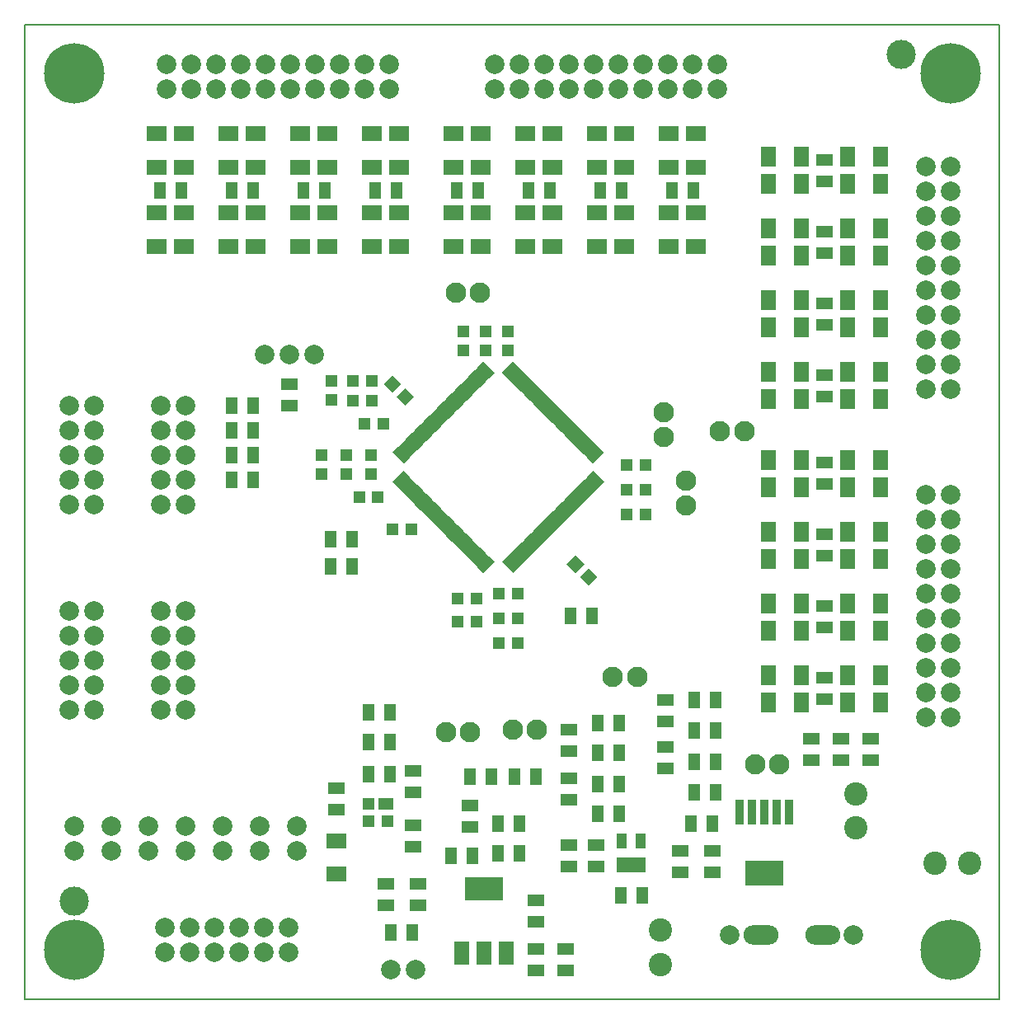
<source format=gts>
G04 #@! TF.FileFunction,Soldermask,Top*
%FSLAX46Y46*%
G04 Gerber Fmt 4.6, Leading zero omitted, Abs format (unit mm)*
G04 Created by KiCad (PCBNEW 4.0.2-stable) date 25/05/2016 09:56:59*
%MOMM*%
G01*
G04 APERTURE LIST*
%ADD10C,0.100000*%
%ADD11C,0.150000*%
%ADD12R,1.300000X1.700000*%
%ADD13R,1.600000X1.300000*%
%ADD14R,1.200000X1.300000*%
%ADD15R,1.700000X1.300000*%
%ADD16R,2.100000X1.500000*%
%ADD17R,1.500000X2.100000*%
%ADD18R,1.300000X1.300000*%
%ADD19R,4.000000X2.600000*%
%ADD20R,0.950000X2.550000*%
%ADD21C,2.000000*%
%ADD22O,3.600000X2.000000*%
%ADD23C,2.400000*%
%ADD24C,2.100000*%
%ADD25C,6.200000*%
%ADD26C,3.000000*%
%ADD27R,4.000000X2.400000*%
%ADD28R,1.600000X2.400000*%
%ADD29R,1.050000X1.600000*%
G04 APERTURE END LIST*
D10*
D11*
X100000000Y0D02*
X0Y0D01*
X100000000Y100000000D02*
X100000000Y0D01*
X0Y100000000D02*
X100000000Y100000000D01*
X0Y0D02*
X0Y100000000D01*
D12*
X37592000Y6858000D03*
X39792000Y6858000D03*
X70950000Y30734000D03*
X68750000Y30734000D03*
D13*
X37006000Y20066000D03*
D14*
X35306000Y20066000D03*
X35306000Y18266000D03*
X37206000Y18266000D03*
D15*
X55880000Y13632000D03*
X55880000Y15832000D03*
D12*
X13835000Y83058000D03*
X16035000Y83058000D03*
X21201000Y83058000D03*
X23401000Y83058000D03*
X28567000Y83058000D03*
X30767000Y83058000D03*
X35933000Y83058000D03*
X38133000Y83058000D03*
X44315000Y83058000D03*
X46515000Y83058000D03*
X51681000Y83058000D03*
X53881000Y83058000D03*
X59047000Y83058000D03*
X61247000Y83058000D03*
X66413000Y83058000D03*
X68613000Y83058000D03*
D15*
X82118000Y86190000D03*
X82118000Y83990000D03*
D16*
X20904000Y77294000D03*
X20904000Y80694000D03*
X23698000Y77294000D03*
X23698000Y80694000D03*
X28270000Y77294000D03*
X28270000Y80694000D03*
X31064000Y77294000D03*
X31064000Y80694000D03*
X35636000Y77294000D03*
X35636000Y80694000D03*
X38430000Y77294000D03*
X38430000Y80694000D03*
X44018000Y77294000D03*
X44018000Y80694000D03*
X46812000Y77294000D03*
X46812000Y80694000D03*
X51384000Y77294000D03*
X51384000Y80694000D03*
X54178000Y77294000D03*
X54178000Y80694000D03*
X58750000Y77294000D03*
X58750000Y80694000D03*
X61544000Y77294000D03*
X61544000Y80694000D03*
X66116000Y77294000D03*
X66116000Y80694000D03*
X68910000Y77294000D03*
X68910000Y80694000D03*
D17*
X84482000Y86487000D03*
X87882000Y86487000D03*
X84482000Y83693000D03*
X87882000Y83693000D03*
X84482000Y79121000D03*
X87882000Y79121000D03*
X84482000Y76327000D03*
X87882000Y76327000D03*
X84482000Y71755000D03*
X87882000Y71755000D03*
X84482000Y68961000D03*
X87882000Y68961000D03*
X84482000Y64389000D03*
X87882000Y64389000D03*
X84482000Y61595000D03*
X87882000Y61595000D03*
X84482000Y55372000D03*
X87882000Y55372000D03*
X84482000Y52578000D03*
X87882000Y52578000D03*
X84482000Y48006000D03*
X87882000Y48006000D03*
X84482000Y45212000D03*
X87882000Y45212000D03*
X84482000Y40640000D03*
X87882000Y40640000D03*
X84482000Y37846000D03*
X87882000Y37846000D03*
X76354000Y86487000D03*
X79754000Y86487000D03*
X76354000Y83693000D03*
X79754000Y83693000D03*
X76354000Y79121000D03*
X79754000Y79121000D03*
X76354000Y76327000D03*
X79754000Y76327000D03*
X76354000Y71755000D03*
X79754000Y71755000D03*
X76354000Y68961000D03*
X79754000Y68961000D03*
X76354000Y64389000D03*
X79754000Y64389000D03*
X76354000Y61595000D03*
X79754000Y61595000D03*
X76354000Y55372000D03*
X79754000Y55372000D03*
X76354000Y52578000D03*
X79754000Y52578000D03*
X76354000Y48006000D03*
X79754000Y48006000D03*
X76354000Y45212000D03*
X79754000Y45212000D03*
X76354000Y40640000D03*
X79754000Y40640000D03*
X76354000Y37846000D03*
X79754000Y37846000D03*
D15*
X82118000Y78824000D03*
X82118000Y76624000D03*
X82118000Y71458000D03*
X82118000Y69258000D03*
X82118000Y64092000D03*
X82118000Y61892000D03*
X82118000Y55075000D03*
X82118000Y52875000D03*
X82118000Y47709000D03*
X82118000Y45509000D03*
X82118000Y40343000D03*
X82118000Y38143000D03*
D18*
X31445000Y61534000D03*
X31445000Y63434000D03*
X44450000Y41148000D03*
X46350000Y41148000D03*
X61788000Y49784000D03*
X63688000Y49784000D03*
D10*
G36*
X55609610Y44689951D02*
X56528849Y45609190D01*
X57448088Y44689951D01*
X56528849Y43770712D01*
X55609610Y44689951D01*
X55609610Y44689951D01*
G37*
G36*
X56953112Y43346449D02*
X57872351Y44265688D01*
X58791590Y43346449D01*
X57872351Y42427210D01*
X56953112Y43346449D01*
X56953112Y43346449D01*
G37*
D18*
X45034000Y66614000D03*
X45034000Y68514000D03*
D10*
G36*
X39944990Y61812249D02*
X39025751Y60893010D01*
X38106512Y61812249D01*
X39025751Y62731488D01*
X39944990Y61812249D01*
X39944990Y61812249D01*
G37*
G36*
X38601488Y63155751D02*
X37682249Y62236512D01*
X36763010Y63155751D01*
X37682249Y64074990D01*
X38601488Y63155751D01*
X38601488Y63155751D01*
G37*
D18*
X49606000Y66614000D03*
X49606000Y68514000D03*
X47320000Y68514000D03*
X47320000Y66614000D03*
X61788000Y54864000D03*
X63688000Y54864000D03*
X63688000Y52324000D03*
X61788000Y52324000D03*
X36205000Y51562000D03*
X34305000Y51562000D03*
X44450000Y38735000D03*
X46350000Y38735000D03*
X36763800Y59029600D03*
X34863800Y59029600D03*
X50556000Y41656000D03*
X48656000Y41656000D03*
X50556000Y39116000D03*
X48656000Y39116000D03*
X35570000Y63500000D03*
X33670000Y63500000D03*
X50556000Y36576000D03*
X48656000Y36576000D03*
X35570000Y61468000D03*
X33670000Y61468000D03*
X39634000Y48260000D03*
X37734000Y48260000D03*
X35559800Y55814000D03*
X35559800Y53914000D03*
X33020000Y55814000D03*
X33020000Y53914000D03*
X30480000Y55814000D03*
X30480000Y53914000D03*
D19*
X75946000Y12953800D03*
D20*
X75946000Y19214900D03*
X73406000Y19214900D03*
X78486000Y19214900D03*
X77216000Y19214900D03*
X74676000Y19214900D03*
D16*
X13538000Y85422000D03*
X13538000Y88822000D03*
X16332000Y85422000D03*
X16332000Y88822000D03*
X20904000Y85422000D03*
X20904000Y88822000D03*
X23698000Y85422000D03*
X23698000Y88822000D03*
X28270000Y85422000D03*
X28270000Y88822000D03*
X31064000Y85422000D03*
X31064000Y88822000D03*
X35636000Y85422000D03*
X35636000Y88822000D03*
X38430000Y85422000D03*
X38430000Y88822000D03*
X44018000Y85422000D03*
X44018000Y88822000D03*
X46812000Y85422000D03*
X46812000Y88822000D03*
X51384000Y85422000D03*
X51384000Y88822000D03*
X54178000Y85422000D03*
X54178000Y88822000D03*
X58750000Y85422000D03*
X58750000Y88822000D03*
X61544000Y85422000D03*
X61544000Y88822000D03*
X66116000Y85422000D03*
X66116000Y88822000D03*
X68910000Y85422000D03*
X68910000Y88822000D03*
X13538000Y77294000D03*
X13538000Y80694000D03*
X16332000Y77294000D03*
X16332000Y80694000D03*
D15*
X65786000Y30734000D03*
X65786000Y28534000D03*
D12*
X37506000Y29464000D03*
X35306000Y29464000D03*
X37506000Y23114000D03*
X35306000Y23114000D03*
D15*
X37084000Y11852000D03*
X37084000Y9652000D03*
D12*
X45720000Y22860000D03*
X47920000Y22860000D03*
D15*
X55880000Y27686000D03*
X55880000Y25486000D03*
D17*
X84482000Y33274000D03*
X87882000Y33274000D03*
X84482000Y30480000D03*
X87882000Y30480000D03*
X76354000Y33274000D03*
X79754000Y33274000D03*
X76354000Y30480000D03*
X79754000Y30480000D03*
D15*
X70612000Y15240000D03*
X70612000Y13040000D03*
D12*
X68412000Y18034000D03*
X70612000Y18034000D03*
D15*
X67310000Y15240000D03*
X67310000Y13040000D03*
D12*
X23452000Y58420000D03*
X21252000Y58420000D03*
X21252000Y53340000D03*
X23452000Y53340000D03*
X21252000Y55880000D03*
X23452000Y55880000D03*
X21252000Y60960000D03*
X23452000Y60960000D03*
X33612000Y47244000D03*
X31412000Y47244000D03*
X33612000Y44450000D03*
X31412000Y44450000D03*
D21*
X72390000Y6600000D03*
D22*
X75565000Y6600000D03*
D21*
X85090000Y6600000D03*
D22*
X81915000Y6600000D03*
D15*
X45720000Y17696000D03*
X45720000Y19896000D03*
D12*
X61044000Y28321000D03*
X58844000Y28321000D03*
D15*
X65786000Y25908000D03*
X65786000Y23708000D03*
D12*
X56050000Y39370000D03*
X58250000Y39370000D03*
X35306000Y26416000D03*
X37506000Y26416000D03*
D15*
X40386000Y11852000D03*
X40386000Y9652000D03*
D12*
X50292000Y22860000D03*
X52492000Y22860000D03*
D15*
X39878000Y17864000D03*
X39878000Y15664000D03*
X39878000Y21252000D03*
X39878000Y23452000D03*
X55880000Y22690000D03*
X55880000Y20490000D03*
X82118000Y32977000D03*
X82118000Y30777000D03*
D12*
X70950000Y21209000D03*
X68750000Y21209000D03*
X70950000Y24384000D03*
X68750000Y24384000D03*
X70950000Y27559000D03*
X68750000Y27559000D03*
X61044000Y19050000D03*
X58844000Y19050000D03*
X48557000Y14986000D03*
X50757000Y14986000D03*
X61044000Y22098000D03*
X58844000Y22098000D03*
X45931000Y14732000D03*
X43731000Y14732000D03*
X61044000Y25273000D03*
X58844000Y25273000D03*
X48557000Y18034000D03*
X50757000Y18034000D03*
D15*
X58674000Y13632000D03*
X58674000Y15832000D03*
X52451000Y5164000D03*
X52451000Y2964000D03*
X83820000Y24554000D03*
X83820000Y26754000D03*
D12*
X61214000Y10668000D03*
X63414000Y10668000D03*
D15*
X52451000Y7917000D03*
X52451000Y10117000D03*
X55499000Y5164000D03*
X55499000Y2964000D03*
D23*
X65278000Y3556000D03*
X65278000Y7056000D03*
D15*
X80772000Y24554000D03*
X80772000Y26754000D03*
D23*
X93472000Y13970000D03*
X96972000Y13970000D03*
X85344000Y21082000D03*
X85344000Y17582000D03*
D15*
X86868000Y24554000D03*
X86868000Y26754000D03*
D24*
X45720000Y27432000D03*
X43220000Y27432000D03*
X46716000Y72542400D03*
X44216000Y72542400D03*
X74950000Y24130000D03*
X77450000Y24130000D03*
X52578000Y27686000D03*
X50078000Y27686000D03*
X71343000Y58293000D03*
X73843000Y58293000D03*
X65548978Y57717944D03*
X65548978Y60217944D03*
X67830500Y53213000D03*
X67830500Y50713000D03*
X62861313Y33039203D03*
X60361313Y33039203D03*
D15*
X27178000Y63160000D03*
X27178000Y60960000D03*
X32004000Y21674000D03*
X32004000Y19474000D03*
D21*
X95072000Y28956000D03*
X92532000Y28956000D03*
X95072000Y31496000D03*
X92532000Y31496000D03*
X95072000Y34036000D03*
X92532000Y34036000D03*
X95072000Y36576000D03*
X92532000Y36576000D03*
X95072000Y39116000D03*
X92532000Y39116000D03*
X95072000Y41656000D03*
X92532000Y41656000D03*
X95072000Y44196000D03*
X92532000Y44196000D03*
X95072000Y46736000D03*
X92532000Y46736000D03*
X95072000Y49276000D03*
X92532000Y49276000D03*
X95072000Y51816000D03*
X92532000Y51816000D03*
X95072000Y62611000D03*
X92532000Y62611000D03*
X95072000Y65151000D03*
X92532000Y65151000D03*
X95072000Y67691000D03*
X92532000Y67691000D03*
X95072000Y70231000D03*
X92532000Y70231000D03*
X95072000Y72771000D03*
X92532000Y72771000D03*
X95072000Y75311000D03*
X92532000Y75311000D03*
X95072000Y77851000D03*
X92532000Y77851000D03*
X95072000Y80391000D03*
X92532000Y80391000D03*
X95072000Y82931000D03*
X92532000Y82931000D03*
X95072000Y85471000D03*
X92532000Y85471000D03*
X71069000Y96012000D03*
X71069000Y93472000D03*
X68529000Y96012000D03*
X68529000Y93472000D03*
X65989000Y96012000D03*
X65989000Y93472000D03*
X63449000Y96012000D03*
X63449000Y93472000D03*
X60909000Y96012000D03*
X60909000Y93472000D03*
X58369000Y96012000D03*
X58369000Y93472000D03*
X55829000Y96012000D03*
X55829000Y93472000D03*
X53289000Y96012000D03*
X53289000Y93472000D03*
X50749000Y96012000D03*
X50749000Y93472000D03*
X48209000Y96012000D03*
X48209000Y93472000D03*
X37414000Y96012000D03*
X37414000Y93472000D03*
X34874000Y96012000D03*
X34874000Y93472000D03*
X32334000Y96012000D03*
X32334000Y93472000D03*
X29794000Y96012000D03*
X29794000Y93472000D03*
X27254000Y96012000D03*
X27254000Y93472000D03*
X24714000Y96012000D03*
X24714000Y93472000D03*
X22174000Y96012000D03*
X22174000Y93472000D03*
X19634000Y96012000D03*
X19634000Y93472000D03*
X17094000Y96012000D03*
X17094000Y93472000D03*
X14554000Y96012000D03*
X14554000Y93472000D03*
X13970000Y60960000D03*
X16510000Y60960000D03*
X13970000Y58420000D03*
X16510000Y58420000D03*
X13970000Y55880000D03*
X16510000Y55880000D03*
X13970000Y53340000D03*
X16510000Y53340000D03*
X13970000Y50800000D03*
X16510000Y50800000D03*
X13970000Y39878000D03*
X16510000Y39878000D03*
X13970000Y37338000D03*
X16510000Y37338000D03*
X13970000Y34798000D03*
X16510000Y34798000D03*
X13970000Y32258000D03*
X16510000Y32258000D03*
X13970000Y29718000D03*
X16510000Y29718000D03*
X4572000Y39878000D03*
X7112000Y39878000D03*
X4572000Y37338000D03*
X7112000Y37338000D03*
X4572000Y34798000D03*
X7112000Y34798000D03*
X4572000Y32258000D03*
X7112000Y32258000D03*
X4572000Y29718000D03*
X7112000Y29718000D03*
X4572000Y60960000D03*
X7112000Y60960000D03*
X4572000Y58420000D03*
X7112000Y58420000D03*
X4572000Y55880000D03*
X7112000Y55880000D03*
X4572000Y53340000D03*
X7112000Y53340000D03*
X4572000Y50800000D03*
X7112000Y50800000D03*
D10*
G36*
X46468679Y64863048D02*
X47069720Y65464089D01*
X48201091Y64332718D01*
X47600050Y63731677D01*
X46468679Y64863048D01*
X46468679Y64863048D01*
G37*
G36*
X46009060Y64403429D02*
X46610101Y65004470D01*
X47741472Y63873099D01*
X47140431Y63272058D01*
X46009060Y64403429D01*
X46009060Y64403429D01*
G37*
G36*
X45549441Y63943809D02*
X46150482Y64544850D01*
X47281853Y63413479D01*
X46680812Y62812438D01*
X45549441Y63943809D01*
X45549441Y63943809D01*
G37*
G36*
X45089821Y63484190D02*
X45690862Y64085231D01*
X46822233Y62953860D01*
X46221192Y62352819D01*
X45089821Y63484190D01*
X45089821Y63484190D01*
G37*
G36*
X44630202Y63024571D02*
X45231243Y63625612D01*
X46362614Y62494241D01*
X45761573Y61893200D01*
X44630202Y63024571D01*
X44630202Y63024571D01*
G37*
G36*
X44170582Y62564951D02*
X44771623Y63165992D01*
X45902994Y62034621D01*
X45301953Y61433580D01*
X44170582Y62564951D01*
X44170582Y62564951D01*
G37*
G36*
X43710963Y62105332D02*
X44312004Y62706373D01*
X45443375Y61575002D01*
X44842334Y60973961D01*
X43710963Y62105332D01*
X43710963Y62105332D01*
G37*
G36*
X43251344Y61645712D02*
X43852385Y62246753D01*
X44983756Y61115382D01*
X44382715Y60514341D01*
X43251344Y61645712D01*
X43251344Y61645712D01*
G37*
G36*
X42791724Y61186093D02*
X43392765Y61787134D01*
X44524136Y60655763D01*
X43923095Y60054722D01*
X42791724Y61186093D01*
X42791724Y61186093D01*
G37*
G36*
X42332105Y60726474D02*
X42933146Y61327515D01*
X44064517Y60196144D01*
X43463476Y59595103D01*
X42332105Y60726474D01*
X42332105Y60726474D01*
G37*
G36*
X41872485Y60266854D02*
X42473526Y60867895D01*
X43604897Y59736524D01*
X43003856Y59135483D01*
X41872485Y60266854D01*
X41872485Y60266854D01*
G37*
G36*
X41412866Y59807235D02*
X42013907Y60408276D01*
X43145278Y59276905D01*
X42544237Y58675864D01*
X41412866Y59807235D01*
X41412866Y59807235D01*
G37*
G36*
X40953247Y59347615D02*
X41554288Y59948656D01*
X42685659Y58817285D01*
X42084618Y58216244D01*
X40953247Y59347615D01*
X40953247Y59347615D01*
G37*
G36*
X40493627Y58887996D02*
X41094668Y59489037D01*
X42226039Y58357666D01*
X41624998Y57756625D01*
X40493627Y58887996D01*
X40493627Y58887996D01*
G37*
G36*
X40034008Y58428377D02*
X40635049Y59029418D01*
X41766420Y57898047D01*
X41165379Y57297006D01*
X40034008Y58428377D01*
X40034008Y58428377D01*
G37*
G36*
X39574388Y57968757D02*
X40175429Y58569798D01*
X41306800Y57438427D01*
X40705759Y56837386D01*
X39574388Y57968757D01*
X39574388Y57968757D01*
G37*
G36*
X39114769Y57509138D02*
X39715810Y58110179D01*
X40847181Y56978808D01*
X40246140Y56377767D01*
X39114769Y57509138D01*
X39114769Y57509138D01*
G37*
G36*
X38655150Y57049518D02*
X39256191Y57650559D01*
X40387562Y56519188D01*
X39786521Y55918147D01*
X38655150Y57049518D01*
X38655150Y57049518D01*
G37*
G36*
X38195530Y56589899D02*
X38796571Y57190940D01*
X39927942Y56059569D01*
X39326901Y55458528D01*
X38195530Y56589899D01*
X38195530Y56589899D01*
G37*
G36*
X37735911Y56130280D02*
X38336952Y56731321D01*
X39468323Y55599950D01*
X38867282Y54998909D01*
X37735911Y56130280D01*
X37735911Y56130280D01*
G37*
G36*
X38336952Y52488679D02*
X37735911Y53089720D01*
X38867282Y54221091D01*
X39468323Y53620050D01*
X38336952Y52488679D01*
X38336952Y52488679D01*
G37*
G36*
X38796571Y52029060D02*
X38195530Y52630101D01*
X39326901Y53761472D01*
X39927942Y53160431D01*
X38796571Y52029060D01*
X38796571Y52029060D01*
G37*
G36*
X39256191Y51569441D02*
X38655150Y52170482D01*
X39786521Y53301853D01*
X40387562Y52700812D01*
X39256191Y51569441D01*
X39256191Y51569441D01*
G37*
G36*
X39715810Y51109821D02*
X39114769Y51710862D01*
X40246140Y52842233D01*
X40847181Y52241192D01*
X39715810Y51109821D01*
X39715810Y51109821D01*
G37*
G36*
X40175429Y50650202D02*
X39574388Y51251243D01*
X40705759Y52382614D01*
X41306800Y51781573D01*
X40175429Y50650202D01*
X40175429Y50650202D01*
G37*
G36*
X40635049Y50190582D02*
X40034008Y50791623D01*
X41165379Y51922994D01*
X41766420Y51321953D01*
X40635049Y50190582D01*
X40635049Y50190582D01*
G37*
G36*
X41094668Y49730963D02*
X40493627Y50332004D01*
X41624998Y51463375D01*
X42226039Y50862334D01*
X41094668Y49730963D01*
X41094668Y49730963D01*
G37*
G36*
X41554288Y49271344D02*
X40953247Y49872385D01*
X42084618Y51003756D01*
X42685659Y50402715D01*
X41554288Y49271344D01*
X41554288Y49271344D01*
G37*
G36*
X42013907Y48811724D02*
X41412866Y49412765D01*
X42544237Y50544136D01*
X43145278Y49943095D01*
X42013907Y48811724D01*
X42013907Y48811724D01*
G37*
G36*
X42473526Y48352105D02*
X41872485Y48953146D01*
X43003856Y50084517D01*
X43604897Y49483476D01*
X42473526Y48352105D01*
X42473526Y48352105D01*
G37*
G36*
X42933146Y47892485D02*
X42332105Y48493526D01*
X43463476Y49624897D01*
X44064517Y49023856D01*
X42933146Y47892485D01*
X42933146Y47892485D01*
G37*
G36*
X43392765Y47432866D02*
X42791724Y48033907D01*
X43923095Y49165278D01*
X44524136Y48564237D01*
X43392765Y47432866D01*
X43392765Y47432866D01*
G37*
G36*
X43852385Y46973247D02*
X43251344Y47574288D01*
X44382715Y48705659D01*
X44983756Y48104618D01*
X43852385Y46973247D01*
X43852385Y46973247D01*
G37*
G36*
X44312004Y46513627D02*
X43710963Y47114668D01*
X44842334Y48246039D01*
X45443375Y47644998D01*
X44312004Y46513627D01*
X44312004Y46513627D01*
G37*
G36*
X44771623Y46054008D02*
X44170582Y46655049D01*
X45301953Y47786420D01*
X45902994Y47185379D01*
X44771623Y46054008D01*
X44771623Y46054008D01*
G37*
G36*
X45231243Y45594388D02*
X44630202Y46195429D01*
X45761573Y47326800D01*
X46362614Y46725759D01*
X45231243Y45594388D01*
X45231243Y45594388D01*
G37*
G36*
X45690862Y45134769D02*
X45089821Y45735810D01*
X46221192Y46867181D01*
X46822233Y46266140D01*
X45690862Y45134769D01*
X45690862Y45134769D01*
G37*
G36*
X46150482Y44675150D02*
X45549441Y45276191D01*
X46680812Y46407562D01*
X47281853Y45806521D01*
X46150482Y44675150D01*
X46150482Y44675150D01*
G37*
G36*
X46610101Y44215530D02*
X46009060Y44816571D01*
X47140431Y45947942D01*
X47741472Y45346901D01*
X46610101Y44215530D01*
X46610101Y44215530D01*
G37*
G36*
X47069720Y43755911D02*
X46468679Y44356952D01*
X47600050Y45488323D01*
X48201091Y44887282D01*
X47069720Y43755911D01*
X47069720Y43755911D01*
G37*
G36*
X48978909Y44887282D02*
X49579950Y45488323D01*
X50711321Y44356952D01*
X50110280Y43755911D01*
X48978909Y44887282D01*
X48978909Y44887282D01*
G37*
G36*
X49438528Y45346901D02*
X50039569Y45947942D01*
X51170940Y44816571D01*
X50569899Y44215530D01*
X49438528Y45346901D01*
X49438528Y45346901D01*
G37*
G36*
X49898147Y45806521D02*
X50499188Y46407562D01*
X51630559Y45276191D01*
X51029518Y44675150D01*
X49898147Y45806521D01*
X49898147Y45806521D01*
G37*
G36*
X50357767Y46266140D02*
X50958808Y46867181D01*
X52090179Y45735810D01*
X51489138Y45134769D01*
X50357767Y46266140D01*
X50357767Y46266140D01*
G37*
G36*
X50817386Y46725759D02*
X51418427Y47326800D01*
X52549798Y46195429D01*
X51948757Y45594388D01*
X50817386Y46725759D01*
X50817386Y46725759D01*
G37*
G36*
X51277006Y47185379D02*
X51878047Y47786420D01*
X53009418Y46655049D01*
X52408377Y46054008D01*
X51277006Y47185379D01*
X51277006Y47185379D01*
G37*
G36*
X51736625Y47644998D02*
X52337666Y48246039D01*
X53469037Y47114668D01*
X52867996Y46513627D01*
X51736625Y47644998D01*
X51736625Y47644998D01*
G37*
G36*
X52196244Y48104618D02*
X52797285Y48705659D01*
X53928656Y47574288D01*
X53327615Y46973247D01*
X52196244Y48104618D01*
X52196244Y48104618D01*
G37*
G36*
X52655864Y48564237D02*
X53256905Y49165278D01*
X54388276Y48033907D01*
X53787235Y47432866D01*
X52655864Y48564237D01*
X52655864Y48564237D01*
G37*
G36*
X53115483Y49023856D02*
X53716524Y49624897D01*
X54847895Y48493526D01*
X54246854Y47892485D01*
X53115483Y49023856D01*
X53115483Y49023856D01*
G37*
G36*
X53575103Y49483476D02*
X54176144Y50084517D01*
X55307515Y48953146D01*
X54706474Y48352105D01*
X53575103Y49483476D01*
X53575103Y49483476D01*
G37*
G36*
X54034722Y49943095D02*
X54635763Y50544136D01*
X55767134Y49412765D01*
X55166093Y48811724D01*
X54034722Y49943095D01*
X54034722Y49943095D01*
G37*
G36*
X54494341Y50402715D02*
X55095382Y51003756D01*
X56226753Y49872385D01*
X55625712Y49271344D01*
X54494341Y50402715D01*
X54494341Y50402715D01*
G37*
G36*
X54953961Y50862334D02*
X55555002Y51463375D01*
X56686373Y50332004D01*
X56085332Y49730963D01*
X54953961Y50862334D01*
X54953961Y50862334D01*
G37*
G36*
X55413580Y51321953D02*
X56014621Y51922994D01*
X57145992Y50791623D01*
X56544951Y50190582D01*
X55413580Y51321953D01*
X55413580Y51321953D01*
G37*
G36*
X55873200Y51781573D02*
X56474241Y52382614D01*
X57605612Y51251243D01*
X57004571Y50650202D01*
X55873200Y51781573D01*
X55873200Y51781573D01*
G37*
G36*
X56332819Y52241192D02*
X56933860Y52842233D01*
X58065231Y51710862D01*
X57464190Y51109821D01*
X56332819Y52241192D01*
X56332819Y52241192D01*
G37*
G36*
X56792438Y52700812D02*
X57393479Y53301853D01*
X58524850Y52170482D01*
X57923809Y51569441D01*
X56792438Y52700812D01*
X56792438Y52700812D01*
G37*
G36*
X57252058Y53160431D02*
X57853099Y53761472D01*
X58984470Y52630101D01*
X58383429Y52029060D01*
X57252058Y53160431D01*
X57252058Y53160431D01*
G37*
G36*
X57711677Y53620050D02*
X58312718Y54221091D01*
X59444089Y53089720D01*
X58843048Y52488679D01*
X57711677Y53620050D01*
X57711677Y53620050D01*
G37*
G36*
X58310597Y54996787D02*
X57709556Y55597828D01*
X58840927Y56729199D01*
X59441968Y56128158D01*
X58310597Y54996787D01*
X58310597Y54996787D01*
G37*
G36*
X57850978Y55456407D02*
X57249937Y56057448D01*
X58381308Y57188819D01*
X58982349Y56587778D01*
X57850978Y55456407D01*
X57850978Y55456407D01*
G37*
G36*
X57391358Y55916026D02*
X56790317Y56517067D01*
X57921688Y57648438D01*
X58522729Y57047397D01*
X57391358Y55916026D01*
X57391358Y55916026D01*
G37*
G36*
X56931739Y56375645D02*
X56330698Y56976686D01*
X57462069Y58108057D01*
X58063110Y57507016D01*
X56931739Y56375645D01*
X56931739Y56375645D01*
G37*
G36*
X56472119Y56835265D02*
X55871078Y57436306D01*
X57002449Y58567677D01*
X57603490Y57966636D01*
X56472119Y56835265D01*
X56472119Y56835265D01*
G37*
G36*
X56012500Y57294884D02*
X55411459Y57895925D01*
X56542830Y59027296D01*
X57143871Y58426255D01*
X56012500Y57294884D01*
X56012500Y57294884D01*
G37*
G36*
X55552881Y57754504D02*
X54951840Y58355545D01*
X56083211Y59486916D01*
X56684252Y58885875D01*
X55552881Y57754504D01*
X55552881Y57754504D01*
G37*
G36*
X55093261Y58214123D02*
X54492220Y58815164D01*
X55623591Y59946535D01*
X56224632Y59345494D01*
X55093261Y58214123D01*
X55093261Y58214123D01*
G37*
G36*
X54633642Y58673742D02*
X54032601Y59274783D01*
X55163972Y60406154D01*
X55765013Y59805113D01*
X54633642Y58673742D01*
X54633642Y58673742D01*
G37*
G36*
X54174022Y59133362D02*
X53572981Y59734403D01*
X54704352Y60865774D01*
X55305393Y60264733D01*
X54174022Y59133362D01*
X54174022Y59133362D01*
G37*
G36*
X53714403Y59592981D02*
X53113362Y60194022D01*
X54244733Y61325393D01*
X54845774Y60724352D01*
X53714403Y59592981D01*
X53714403Y59592981D01*
G37*
G36*
X53254783Y60052601D02*
X52653742Y60653642D01*
X53785113Y61785013D01*
X54386154Y61183972D01*
X53254783Y60052601D01*
X53254783Y60052601D01*
G37*
G36*
X52795164Y60512220D02*
X52194123Y61113261D01*
X53325494Y62244632D01*
X53926535Y61643591D01*
X52795164Y60512220D01*
X52795164Y60512220D01*
G37*
G36*
X52335545Y60971840D02*
X51734504Y61572881D01*
X52865875Y62704252D01*
X53466916Y62103211D01*
X52335545Y60971840D01*
X52335545Y60971840D01*
G37*
G36*
X51875925Y61431459D02*
X51274884Y62032500D01*
X52406255Y63163871D01*
X53007296Y62562830D01*
X51875925Y61431459D01*
X51875925Y61431459D01*
G37*
G36*
X51416306Y61891078D02*
X50815265Y62492119D01*
X51946636Y63623490D01*
X52547677Y63022449D01*
X51416306Y61891078D01*
X51416306Y61891078D01*
G37*
G36*
X50956686Y62350698D02*
X50355645Y62951739D01*
X51487016Y64083110D01*
X52088057Y63482069D01*
X50956686Y62350698D01*
X50956686Y62350698D01*
G37*
G36*
X50497067Y62810317D02*
X49896026Y63411358D01*
X51027397Y64542729D01*
X51628438Y63941688D01*
X50497067Y62810317D01*
X50497067Y62810317D01*
G37*
G36*
X50037448Y63269937D02*
X49436407Y63870978D01*
X50567778Y65002349D01*
X51168819Y64401308D01*
X50037448Y63269937D01*
X50037448Y63269937D01*
G37*
G36*
X49577828Y63729556D02*
X48976787Y64330597D01*
X50108158Y65461968D01*
X50709199Y64860927D01*
X49577828Y63729556D01*
X49577828Y63729556D01*
G37*
D21*
X29718000Y66167000D03*
X24638000Y66167000D03*
X27178000Y66167000D03*
X5080000Y17780000D03*
X5080000Y15240000D03*
X37592000Y3048000D03*
X40132000Y3048000D03*
D25*
X5000000Y5000000D03*
X95000000Y5000000D03*
X95000000Y95000000D03*
X5000000Y95000000D03*
D26*
X90000000Y97000000D03*
X5000000Y10000000D03*
D27*
X47117000Y11303000D03*
D28*
X47117000Y4699000D03*
X49403000Y4699000D03*
X44831000Y4699000D03*
D29*
X61280000Y13786000D03*
X62230000Y13786000D03*
X63180000Y13786000D03*
X63180000Y16186000D03*
X61280000Y16186000D03*
D21*
X14352052Y4822844D03*
X14352052Y7362844D03*
X16892052Y4822844D03*
X16892052Y7362844D03*
X19432052Y4822844D03*
X19432052Y7362844D03*
X21972052Y4822844D03*
X21972052Y7362844D03*
X24512052Y4822844D03*
X24512052Y7362844D03*
X27052052Y7362844D03*
X27052052Y4822844D03*
X8890000Y17780000D03*
X8890000Y15240000D03*
X12700000Y17780000D03*
X12700000Y15240000D03*
X16510000Y17780000D03*
X16510000Y15240000D03*
X20320000Y17780000D03*
X20320000Y15240000D03*
X24130000Y17780000D03*
X24130000Y15240000D03*
X27940000Y17780000D03*
X27940000Y15240000D03*
D16*
X32004000Y16256000D03*
X32004000Y12856000D03*
M02*

</source>
